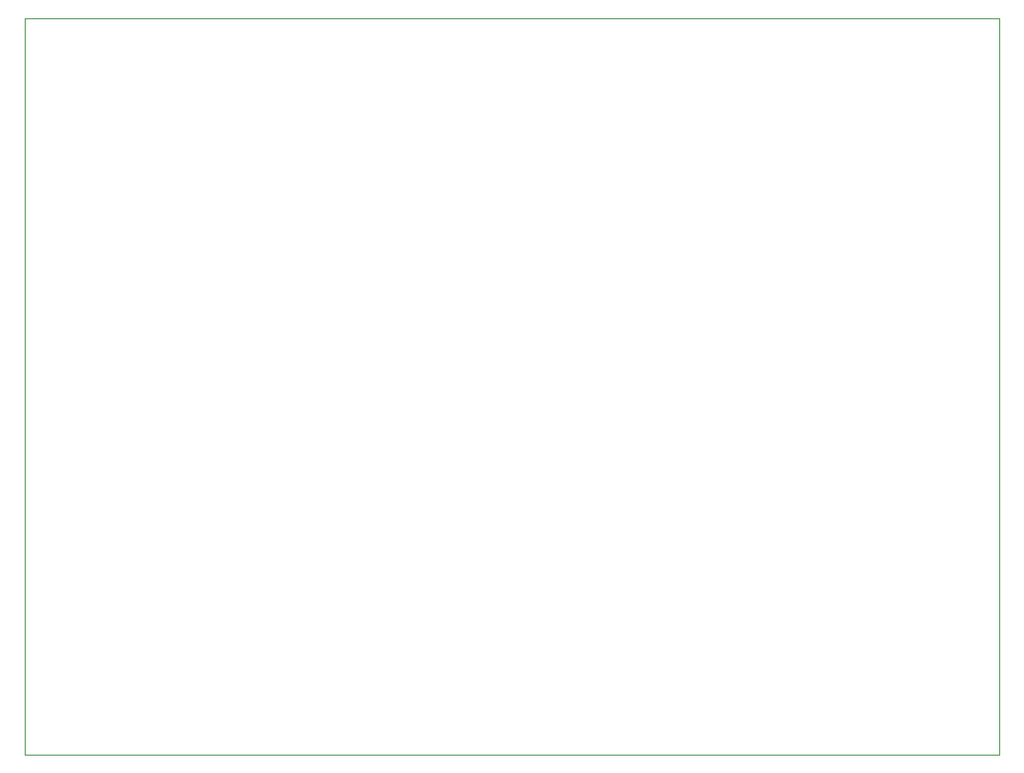
<source format=gm1>
%TF.GenerationSoftware,KiCad,Pcbnew,9.0.1*%
%TF.CreationDate,2025-08-18T19:36:27-06:00*%
%TF.ProjectId,aurora40_kicad,6175726f-7261-4343-905f-6b696361642e,1*%
%TF.SameCoordinates,Original*%
%TF.FileFunction,Profile,NP*%
%FSLAX46Y46*%
G04 Gerber Fmt 4.6, Leading zero omitted, Abs format (unit mm)*
G04 Created by KiCad (PCBNEW 9.0.1) date 2025-08-18 19:36:27*
%MOMM*%
%LPD*%
G01*
G04 APERTURE LIST*
%TA.AperFunction,Profile*%
%ADD10C,0.050000*%
%TD*%
G04 APERTURE END LIST*
D10*
X50000000Y-38700000D02*
X140000000Y-38700000D01*
X140000000Y-106700000D01*
X50000000Y-106700000D01*
X50000000Y-38700000D01*
M02*

</source>
